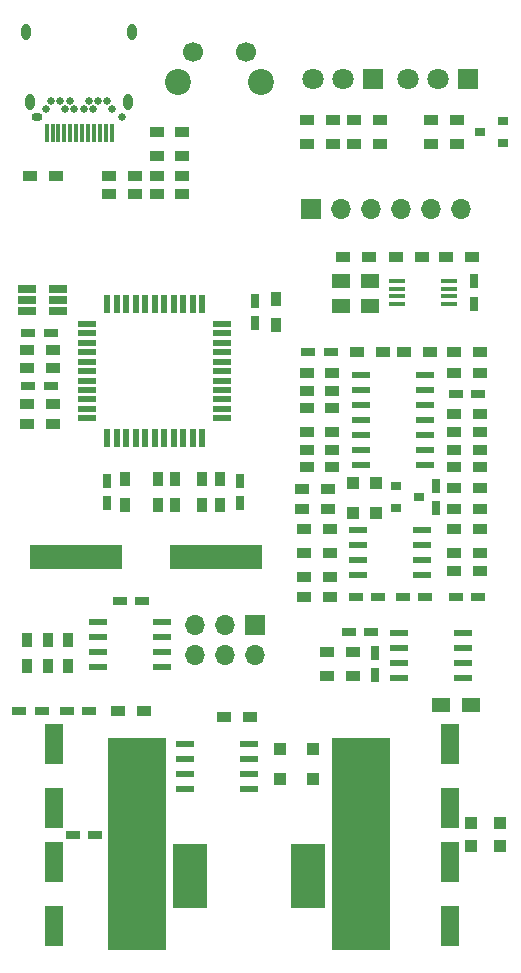
<source format=gbr>
G04 #@! TF.FileFunction,Soldermask,Top*
%FSLAX46Y46*%
G04 Gerber Fmt 4.6, Leading zero omitted, Abs format (unit mm)*
G04 Created by KiCad (PCBNEW 4.0.3-stable) date 08/09/18 16:35:35*
%MOMM*%
%LPD*%
G01*
G04 APERTURE LIST*
%ADD10C,0.100000*%
%ADD11R,1.000000X1.000000*%
%ADD12R,0.750000X1.200000*%
%ADD13R,1.200000X0.750000*%
%ADD14R,1.600000X3.500000*%
%ADD15R,1.500000X1.250000*%
%ADD16R,1.100000X1.100000*%
%ADD17R,2.900680X5.400040*%
%ADD18R,1.700000X1.700000*%
%ADD19O,1.700000X1.700000*%
%ADD20R,5.000000X18.000000*%
%ADD21R,0.900000X0.800000*%
%ADD22R,1.200000X0.900000*%
%ADD23R,0.900000X1.200000*%
%ADD24R,1.550000X0.600000*%
%ADD25R,1.500000X0.550000*%
%ADD26R,0.550000X1.500000*%
%ADD27R,1.560000X0.650000*%
%ADD28R,1.500000X0.600000*%
%ADD29R,1.450000X0.450000*%
%ADD30R,7.875000X2.000000*%
%ADD31C,2.200000*%
%ADD32C,1.700000*%
%ADD33R,1.800000X1.800000*%
%ADD34C,1.800000*%
%ADD35O,0.800000X1.400000*%
%ADD36O,0.950000X0.660000*%
%ADD37C,0.650000*%
%ADD38R,0.300000X1.500000*%
%ADD39C,0.660000*%
G04 APERTURE END LIST*
D10*
X148194500Y-58750000D02*
G75*
G03X148194500Y-58750000I-444500J0D01*
G01*
X152694500Y-58750000D02*
G75*
G03X152694500Y-58750000I-444500J0D01*
G01*
X154135000Y-61250000D02*
G75*
G03X154135000Y-61250000I-635000J0D01*
G01*
X147135000Y-61250000D02*
G75*
G03X147135000Y-61250000I-635000J0D01*
G01*
D11*
X163200000Y-95250000D03*
X163200000Y-97750000D03*
D12*
X151750000Y-96950000D03*
X151750000Y-95050000D03*
X140500000Y-95050000D03*
X140500000Y-96950000D03*
D13*
X133800000Y-87000000D03*
X135700000Y-87000000D03*
X133800000Y-82500000D03*
X135700000Y-82500000D03*
X161500000Y-104900000D03*
X163400000Y-104900000D03*
D14*
X136000000Y-132700000D03*
X136000000Y-127300000D03*
D13*
X139450000Y-125000000D03*
X137550000Y-125000000D03*
X137050000Y-114500000D03*
X138950000Y-114500000D03*
D12*
X153000000Y-79800000D03*
X153000000Y-81700000D03*
D14*
X136000000Y-117300000D03*
X136000000Y-122700000D03*
D12*
X163150000Y-109600000D03*
X163150000Y-111500000D03*
D13*
X162850000Y-107800000D03*
X160950000Y-107800000D03*
D12*
X168300000Y-95450000D03*
X168300000Y-97350000D03*
D14*
X169500000Y-117300000D03*
X169500000Y-122700000D03*
D13*
X159400000Y-84150000D03*
X157500000Y-84150000D03*
X167400000Y-104900000D03*
X165500000Y-104900000D03*
D12*
X171500000Y-80050000D03*
X171500000Y-78150000D03*
D15*
X162750000Y-80250000D03*
X160250000Y-80250000D03*
D13*
X171900000Y-87650000D03*
X170000000Y-87650000D03*
X171900000Y-104900000D03*
X170000000Y-104900000D03*
D15*
X162750000Y-78100000D03*
X160250000Y-78100000D03*
X171250000Y-114000000D03*
X168750000Y-114000000D03*
D11*
X173750000Y-126000000D03*
X171250000Y-126000000D03*
X173750000Y-124000000D03*
X171250000Y-124000000D03*
D16*
X155100000Y-120250000D03*
X157900000Y-120250000D03*
X157900000Y-117750000D03*
X155100000Y-117750000D03*
D17*
X157501260Y-128500000D03*
X147498740Y-128500000D03*
D18*
X153000000Y-107250000D03*
D19*
X153000000Y-109790000D03*
X150460000Y-107250000D03*
X150460000Y-109790000D03*
X147920000Y-107250000D03*
X147920000Y-109790000D03*
D20*
X162000000Y-125750000D03*
X143000000Y-125750000D03*
D21*
X164900000Y-95450000D03*
X164900000Y-97350000D03*
X166900000Y-96400000D03*
X174000000Y-66450000D03*
X174000000Y-64550000D03*
X172000000Y-65500000D03*
D22*
X163600000Y-64500000D03*
X161400000Y-64500000D03*
X157400000Y-64500000D03*
X159600000Y-64500000D03*
X167900000Y-64500000D03*
X170100000Y-64500000D03*
X157100000Y-99150000D03*
X159300000Y-99150000D03*
X159300000Y-101150000D03*
X157100000Y-101150000D03*
X159300000Y-103150000D03*
X157100000Y-103150000D03*
X157100000Y-104900000D03*
X159300000Y-104900000D03*
X133650000Y-85500000D03*
X135850000Y-85500000D03*
X133650000Y-84000000D03*
X135850000Y-84000000D03*
D23*
X142000000Y-94900000D03*
X142000000Y-97100000D03*
D22*
X146850000Y-67500000D03*
X144650000Y-67500000D03*
X146850000Y-65500000D03*
X144650000Y-65500000D03*
D23*
X154750000Y-81850000D03*
X154750000Y-79650000D03*
D22*
X143600000Y-114500000D03*
X141400000Y-114500000D03*
D23*
X146250000Y-97100000D03*
X146250000Y-94900000D03*
X144750000Y-97100000D03*
X144750000Y-94900000D03*
X137175000Y-110725000D03*
X137175000Y-108525000D03*
X133675000Y-108525000D03*
X133675000Y-110725000D03*
X135425000Y-110725000D03*
X135425000Y-108525000D03*
D22*
X161250000Y-111550000D03*
X159050000Y-111550000D03*
X172050000Y-97400000D03*
X169850000Y-97400000D03*
X161250000Y-109550000D03*
X159050000Y-109550000D03*
X169850000Y-99150000D03*
X172050000Y-99150000D03*
X169850000Y-101150000D03*
X172050000Y-101150000D03*
X157350000Y-85900000D03*
X159550000Y-85900000D03*
X159550000Y-90900000D03*
X157350000Y-90900000D03*
X157350000Y-92400000D03*
X159550000Y-92400000D03*
X159550000Y-93900000D03*
X157350000Y-93900000D03*
X169850000Y-90900000D03*
X172050000Y-90900000D03*
X169850000Y-89400000D03*
X172050000Y-89400000D03*
X169850000Y-102650000D03*
X172050000Y-102650000D03*
X159550000Y-87400000D03*
X157350000Y-87400000D03*
X157350000Y-88900000D03*
X159550000Y-88900000D03*
X172050000Y-92400000D03*
X169850000Y-92400000D03*
X162600000Y-76100000D03*
X160400000Y-76100000D03*
X159200000Y-97400000D03*
X157000000Y-97400000D03*
X172050000Y-93900000D03*
X169850000Y-93900000D03*
X159200000Y-95700000D03*
X157000000Y-95700000D03*
X169850000Y-95650000D03*
X172050000Y-95650000D03*
X167100000Y-76100000D03*
X164900000Y-76100000D03*
X171350000Y-76100000D03*
X169150000Y-76100000D03*
X170100000Y-66500000D03*
X167900000Y-66500000D03*
X152600000Y-115000000D03*
X150400000Y-115000000D03*
X172050000Y-85900000D03*
X169850000Y-85900000D03*
X169850000Y-84150000D03*
X172050000Y-84150000D03*
X165600000Y-84150000D03*
X167800000Y-84150000D03*
X161600000Y-84150000D03*
X163800000Y-84150000D03*
D24*
X161750000Y-99245000D03*
X161750000Y-100515000D03*
X161750000Y-101785000D03*
X161750000Y-103055000D03*
X167150000Y-103055000D03*
X167150000Y-101785000D03*
X167150000Y-100515000D03*
X167150000Y-99245000D03*
D25*
X138800000Y-81750000D03*
X138800000Y-82550000D03*
X138800000Y-83350000D03*
X138800000Y-84150000D03*
X138800000Y-84950000D03*
X138800000Y-85750000D03*
X138800000Y-86550000D03*
X138800000Y-87350000D03*
X138800000Y-88150000D03*
X138800000Y-88950000D03*
X138800000Y-89750000D03*
D26*
X140500000Y-91450000D03*
X141300000Y-91450000D03*
X142100000Y-91450000D03*
X142900000Y-91450000D03*
X143700000Y-91450000D03*
X144500000Y-91450000D03*
X145300000Y-91450000D03*
X146100000Y-91450000D03*
X146900000Y-91450000D03*
X147700000Y-91450000D03*
X148500000Y-91450000D03*
D25*
X150200000Y-89750000D03*
X150200000Y-88950000D03*
X150200000Y-88150000D03*
X150200000Y-87350000D03*
X150200000Y-86550000D03*
X150200000Y-85750000D03*
X150200000Y-84950000D03*
X150200000Y-84150000D03*
X150200000Y-83350000D03*
X150200000Y-82550000D03*
X150200000Y-81750000D03*
D26*
X148500000Y-80050000D03*
X147700000Y-80050000D03*
X146900000Y-80050000D03*
X146100000Y-80050000D03*
X145300000Y-80050000D03*
X144500000Y-80050000D03*
X143700000Y-80050000D03*
X142900000Y-80050000D03*
X142100000Y-80050000D03*
X141300000Y-80050000D03*
X140500000Y-80050000D03*
D24*
X145125000Y-110780000D03*
X145125000Y-109510000D03*
X145125000Y-108240000D03*
X145125000Y-106970000D03*
X139725000Y-106970000D03*
X139725000Y-108240000D03*
X139725000Y-109510000D03*
X139725000Y-110780000D03*
D27*
X133650000Y-78800000D03*
X133650000Y-79750000D03*
X133650000Y-80700000D03*
X136350000Y-80700000D03*
X136350000Y-78800000D03*
X136350000Y-79750000D03*
D28*
X162000000Y-86090000D03*
X162000000Y-87360000D03*
X162000000Y-88630000D03*
X162000000Y-89900000D03*
X162000000Y-91170000D03*
X162000000Y-92440000D03*
X162000000Y-93710000D03*
X167400000Y-93710000D03*
X167400000Y-92440000D03*
X167400000Y-91170000D03*
X167400000Y-89900000D03*
X167400000Y-88630000D03*
X167400000Y-87360000D03*
X167400000Y-86090000D03*
D24*
X170600000Y-111705000D03*
X170600000Y-110435000D03*
X170600000Y-109165000D03*
X170600000Y-107895000D03*
X165200000Y-107895000D03*
X165200000Y-109165000D03*
X165200000Y-110435000D03*
X165200000Y-111705000D03*
D29*
X165050000Y-78125000D03*
X165050000Y-78775000D03*
X165050000Y-79425000D03*
X165050000Y-80075000D03*
X169450000Y-80075000D03*
X169450000Y-79425000D03*
X169450000Y-78775000D03*
X169450000Y-78125000D03*
D24*
X152450000Y-121155000D03*
X152450000Y-119885000D03*
X152450000Y-118615000D03*
X152450000Y-117345000D03*
X147050000Y-117345000D03*
X147050000Y-118615000D03*
X147050000Y-119885000D03*
X147050000Y-121155000D03*
D30*
X149687500Y-101500000D03*
X137812500Y-101500000D03*
D13*
X134950000Y-114500000D03*
X133050000Y-114500000D03*
D31*
X153500000Y-61250000D03*
X146500000Y-61250000D03*
D32*
X152250000Y-58750000D03*
X147750000Y-58750000D03*
D33*
X163000000Y-61000000D03*
D34*
X160460000Y-61000000D03*
X157920000Y-61000000D03*
D33*
X171000000Y-61000000D03*
D34*
X168460000Y-61000000D03*
X165920000Y-61000000D03*
D22*
X136100000Y-69250000D03*
X133900000Y-69250000D03*
D14*
X169500000Y-132700000D03*
X169500000Y-127300000D03*
D13*
X143450000Y-105250000D03*
X141550000Y-105250000D03*
D23*
X148500000Y-97100000D03*
X148500000Y-94900000D03*
D22*
X133650000Y-88500000D03*
X135850000Y-88500000D03*
D23*
X150000000Y-94900000D03*
X150000000Y-97100000D03*
D22*
X135850000Y-90250000D03*
X133650000Y-90250000D03*
D18*
X157750000Y-72000000D03*
D19*
X160290000Y-72000000D03*
X162830000Y-72000000D03*
X165370000Y-72000000D03*
X167910000Y-72000000D03*
X170450000Y-72000000D03*
D22*
X142850000Y-69250000D03*
X140650000Y-69250000D03*
X142850000Y-70750000D03*
X140650000Y-70750000D03*
X144650000Y-69250000D03*
X146850000Y-69250000D03*
X144650000Y-70750000D03*
X146850000Y-70750000D03*
X159600000Y-66500000D03*
X157400000Y-66500000D03*
X163600000Y-66500000D03*
X161400000Y-66500000D03*
D35*
X133610000Y-57000000D03*
X142590000Y-57000000D03*
X133970000Y-62950000D03*
D36*
X134500000Y-64200000D03*
D37*
X135700000Y-62850000D03*
X140500000Y-62850000D03*
X137700000Y-63550000D03*
X138500000Y-63550000D03*
X136900000Y-63550000D03*
X139300000Y-63550000D03*
X135300000Y-63550000D03*
D38*
X140850000Y-65560000D03*
X140350000Y-65560000D03*
X139850000Y-65560000D03*
X139350000Y-65560000D03*
X138850000Y-65560000D03*
X138350000Y-65560000D03*
X137850000Y-65560000D03*
X137350000Y-65560000D03*
X136850000Y-65560000D03*
X136350000Y-65560000D03*
X135850000Y-65560000D03*
X135350000Y-65560000D03*
D37*
X140900000Y-63550000D03*
X139700000Y-62850000D03*
X138900000Y-62850000D03*
X136500000Y-62850000D03*
X137300000Y-62850000D03*
D39*
X141700000Y-64200000D03*
D35*
X142230000Y-62950000D03*
D11*
X161300000Y-95250000D03*
X161300000Y-97750000D03*
M02*

</source>
